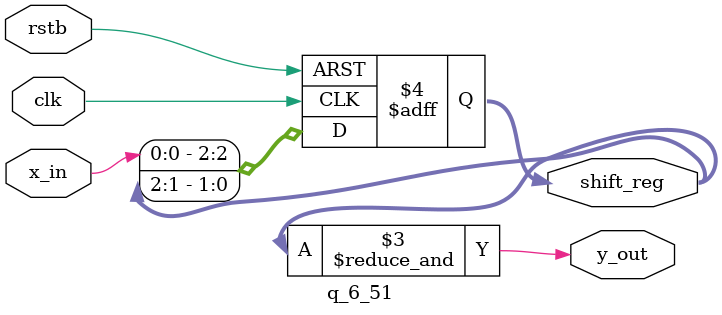
<source format=v>
module q_6_51 (
    input rstb, clk, x_in,
    output reg [2:0] shift_reg,
    output y_out
);
    always @ (posedge clk, negedge rstb)
    begin
        if (!rstb) shift_reg <= 3'b000;
        else shift_reg <= {x_in, shift_reg[2:1]};
    end

    assign y_out = &shift_reg;
endmodule

</source>
